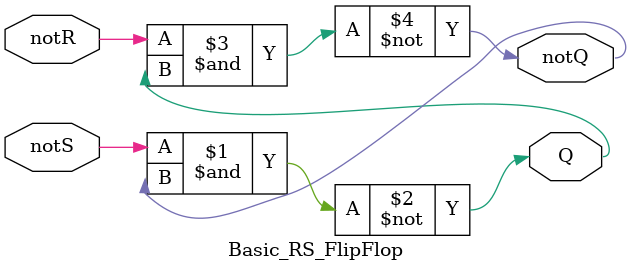
<source format=v>
`timescale 1ns / 1ps
module Basic_RS_FlipFlop(
    input notR,
    input notS,
    output Q,
    output notQ
    );
nand nand1(Q, notS, notQ);
nand nand2(notQ, notR, Q);

endmodule

</source>
